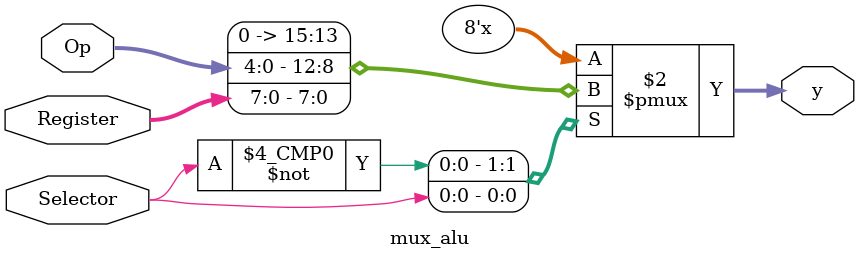
<source format=sv>
module mux_alu (    input[4:0]     Op,
                    input[7:0]     Register,
                    input[0:0]     Selector,
                    output logic[7:0]    y );
// fill in guts
always_comb begin
    case(Selector)					   
    1'b0: y = Op;	  
    1'b1: y = Register;
  endcase
end

endmodule
</source>
